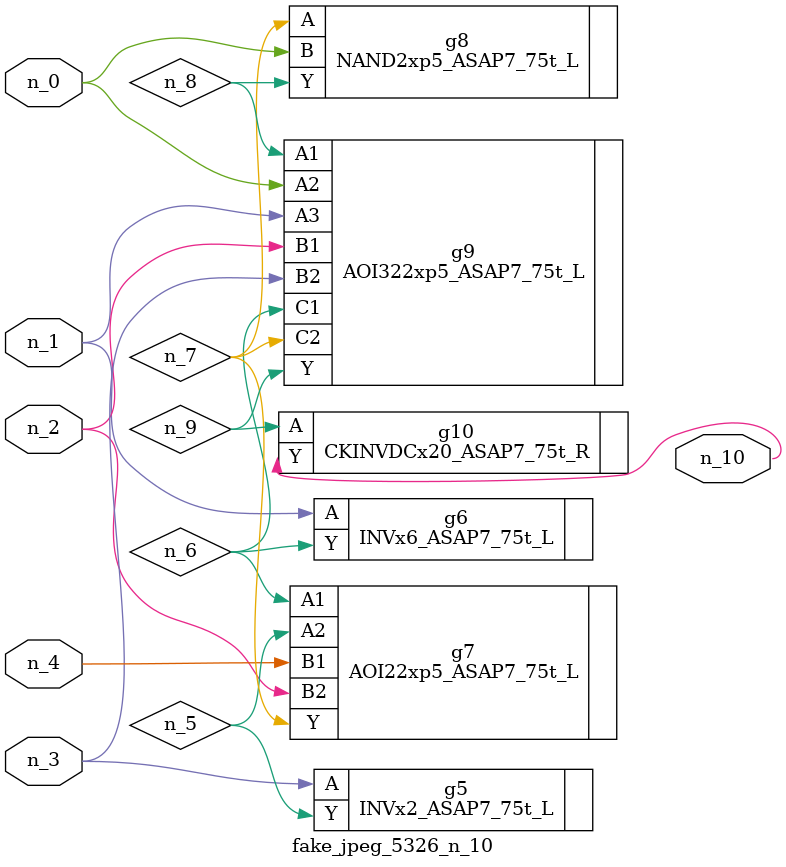
<source format=v>
module fake_jpeg_5326_n_10 (n_3, n_2, n_1, n_0, n_4, n_10);

input n_3;
input n_2;
input n_1;
input n_0;
input n_4;

output n_10;

wire n_8;
wire n_9;
wire n_6;
wire n_5;
wire n_7;

INVx2_ASAP7_75t_L g5 ( 
.A(n_3),
.Y(n_5)
);

INVx6_ASAP7_75t_L g6 ( 
.A(n_1),
.Y(n_6)
);

AOI22xp5_ASAP7_75t_L g7 ( 
.A1(n_6),
.A2(n_5),
.B1(n_4),
.B2(n_2),
.Y(n_7)
);

NAND2xp5_ASAP7_75t_L g8 ( 
.A(n_7),
.B(n_0),
.Y(n_8)
);

AOI322xp5_ASAP7_75t_L g9 ( 
.A1(n_8),
.A2(n_0),
.A3(n_1),
.B1(n_2),
.B2(n_3),
.C1(n_6),
.C2(n_7),
.Y(n_9)
);

CKINVDCx20_ASAP7_75t_R g10 ( 
.A(n_9),
.Y(n_10)
);


endmodule
</source>
